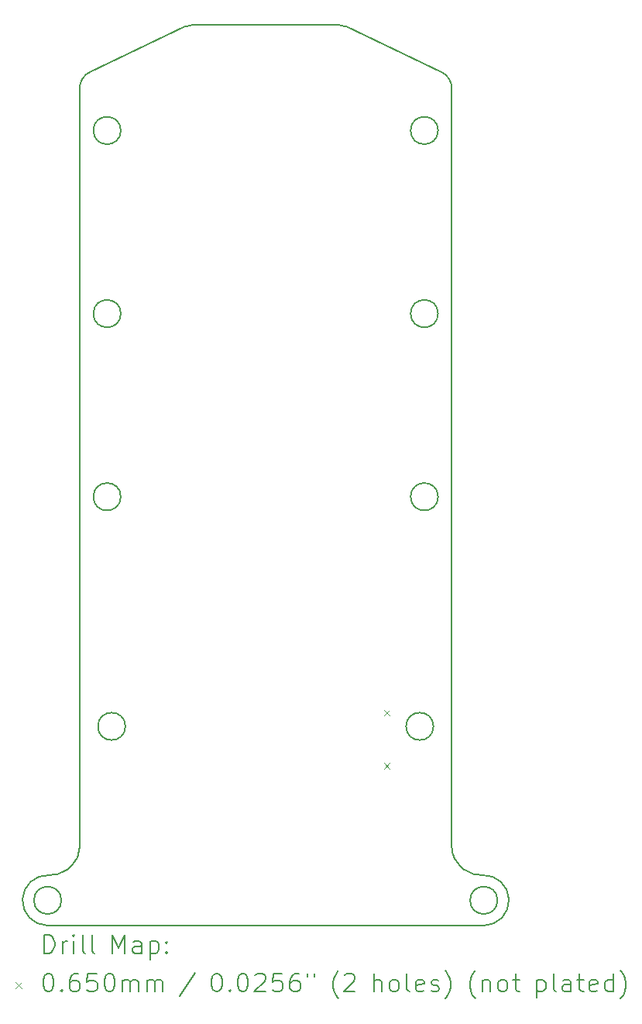
<source format=gbr>
%TF.GenerationSoftware,KiCad,Pcbnew,(7.0.0)*%
%TF.CreationDate,2023-09-25T00:06:05+02:00*%
%TF.ProjectId,FC Control board 1.0,46432043-6f6e-4747-926f-6c20626f6172,rev?*%
%TF.SameCoordinates,Original*%
%TF.FileFunction,Drillmap*%
%TF.FilePolarity,Positive*%
%FSLAX45Y45*%
G04 Gerber Fmt 4.5, Leading zero omitted, Abs format (unit mm)*
G04 Created by KiCad (PCBNEW (7.0.0)) date 2023-09-25 00:06:05*
%MOMM*%
%LPD*%
G01*
G04 APERTURE LIST*
%ADD10C,0.200000*%
%ADD11C,0.065000*%
G04 APERTURE END LIST*
D10*
X18492044Y-19192293D02*
X18482425Y-19199226D01*
X19867785Y-9967704D02*
G75*
G03*
X19781825Y-9987121I5J-200006D01*
G01*
X23048003Y-19805075D02*
G75*
G03*
X23031652Y-19255453I-2003J274995D01*
G01*
X19077001Y-11122030D02*
G75*
G03*
X19077001Y-11122030I-150000J0D01*
G01*
X22696000Y-18928648D02*
X22696545Y-18949126D01*
X22698213Y-18969438D01*
X22701052Y-18989546D01*
X22705108Y-19009416D01*
X22710431Y-19029010D01*
X22717067Y-19048292D01*
X22720101Y-19055910D01*
X18615566Y-19018603D02*
X18620687Y-18996438D01*
X18624247Y-18974020D01*
X18626326Y-18951405D01*
X18627001Y-18928648D01*
X18291348Y-19255457D02*
G75*
G03*
X18274998Y-19805071I-14348J-274624D01*
G01*
X18427001Y-19530078D02*
G75*
G03*
X18427001Y-19530078I-150000J0D01*
G01*
X21541177Y-9987119D02*
G75*
G03*
X21455216Y-9967706I-85947J-180541D01*
G01*
X23196000Y-19530078D02*
G75*
G03*
X23196000Y-19530078I-150000J0D01*
G01*
X22840576Y-19199226D02*
G75*
G03*
X23031652Y-19255453I175424J243366D01*
G01*
X22840576Y-19199226D02*
X22830957Y-19192293D01*
X19781825Y-9987121D02*
X18741040Y-10482547D01*
X22764670Y-19130416D02*
X22779656Y-19147531D01*
X22795760Y-19163528D01*
X22812891Y-19178438D01*
X22830957Y-19192293D01*
X22546000Y-11122030D02*
G75*
G03*
X22546000Y-11122030I-150000J0D01*
G01*
X21455216Y-9967706D02*
X19867785Y-9967706D01*
X18581188Y-19098325D02*
X18591972Y-19079351D01*
X18601289Y-19059725D01*
X18609150Y-19039468D01*
X18615566Y-19018603D01*
X18274998Y-19805071D02*
X23048003Y-19805071D01*
X18741040Y-10482546D02*
G75*
G03*
X18627001Y-10663131I85960J-180584D01*
G01*
X18492044Y-19192293D02*
X18508337Y-19179875D01*
X18523839Y-19166645D01*
X18538491Y-19152584D01*
X18552238Y-19137675D01*
X18565020Y-19121900D01*
X18576782Y-19105240D01*
X18581188Y-19098325D01*
X19077001Y-13122030D02*
G75*
G03*
X19077001Y-13122030I-150000J0D01*
G01*
X22546000Y-15122030D02*
G75*
G03*
X22546000Y-15122030I-150000J0D01*
G01*
X22696000Y-10905352D02*
X22696000Y-10663131D01*
X18627001Y-10663131D02*
X18627001Y-10905352D01*
X18627001Y-10905352D02*
X18627001Y-18928648D01*
X18291349Y-19255453D02*
G75*
G03*
X18482425Y-19199226I15651J299593D01*
G01*
X22546000Y-13122030D02*
G75*
G03*
X22546000Y-13122030I-150000J0D01*
G01*
X22581960Y-10482547D02*
X21541176Y-9987121D01*
X22696000Y-18928648D02*
X22696000Y-10905352D01*
X19127001Y-17630078D02*
G75*
G03*
X19127001Y-17630078I-150000J0D01*
G01*
X22720101Y-19055910D02*
X22729187Y-19075754D01*
X22739660Y-19094788D01*
X22751496Y-19113010D01*
X22764670Y-19130416D01*
X19077001Y-15122030D02*
G75*
G03*
X19077001Y-15122030I-150000J0D01*
G01*
X22695999Y-10663131D02*
G75*
G03*
X22581960Y-10482547I-199999J1D01*
G01*
X22496000Y-17630078D02*
G75*
G03*
X22496000Y-17630078I-150000J0D01*
G01*
D11*
X21952300Y-17449900D02*
X22017300Y-17514900D01*
X22017300Y-17449900D02*
X21952300Y-17514900D01*
X21952300Y-18027900D02*
X22017300Y-18092900D01*
X22017300Y-18027900D02*
X21952300Y-18092900D01*
D10*
X18239621Y-20108547D02*
X18239621Y-19908547D01*
X18239621Y-19908547D02*
X18287240Y-19908547D01*
X18287240Y-19908547D02*
X18315811Y-19918071D01*
X18315811Y-19918071D02*
X18334859Y-19937119D01*
X18334859Y-19937119D02*
X18344383Y-19956166D01*
X18344383Y-19956166D02*
X18353907Y-19994261D01*
X18353907Y-19994261D02*
X18353907Y-20022833D01*
X18353907Y-20022833D02*
X18344383Y-20060928D01*
X18344383Y-20060928D02*
X18334859Y-20079976D01*
X18334859Y-20079976D02*
X18315811Y-20099023D01*
X18315811Y-20099023D02*
X18287240Y-20108547D01*
X18287240Y-20108547D02*
X18239621Y-20108547D01*
X18439621Y-20108547D02*
X18439621Y-19975214D01*
X18439621Y-20013309D02*
X18449145Y-19994261D01*
X18449145Y-19994261D02*
X18458668Y-19984738D01*
X18458668Y-19984738D02*
X18477716Y-19975214D01*
X18477716Y-19975214D02*
X18496764Y-19975214D01*
X18563430Y-20108547D02*
X18563430Y-19975214D01*
X18563430Y-19908547D02*
X18553907Y-19918071D01*
X18553907Y-19918071D02*
X18563430Y-19927595D01*
X18563430Y-19927595D02*
X18572954Y-19918071D01*
X18572954Y-19918071D02*
X18563430Y-19908547D01*
X18563430Y-19908547D02*
X18563430Y-19927595D01*
X18687240Y-20108547D02*
X18668192Y-20099023D01*
X18668192Y-20099023D02*
X18658668Y-20079976D01*
X18658668Y-20079976D02*
X18658668Y-19908547D01*
X18792002Y-20108547D02*
X18772954Y-20099023D01*
X18772954Y-20099023D02*
X18763430Y-20079976D01*
X18763430Y-20079976D02*
X18763430Y-19908547D01*
X18988192Y-20108547D02*
X18988192Y-19908547D01*
X18988192Y-19908547D02*
X19054859Y-20051404D01*
X19054859Y-20051404D02*
X19121526Y-19908547D01*
X19121526Y-19908547D02*
X19121526Y-20108547D01*
X19302478Y-20108547D02*
X19302478Y-20003785D01*
X19302478Y-20003785D02*
X19292954Y-19984738D01*
X19292954Y-19984738D02*
X19273907Y-19975214D01*
X19273907Y-19975214D02*
X19235811Y-19975214D01*
X19235811Y-19975214D02*
X19216764Y-19984738D01*
X19302478Y-20099023D02*
X19283430Y-20108547D01*
X19283430Y-20108547D02*
X19235811Y-20108547D01*
X19235811Y-20108547D02*
X19216764Y-20099023D01*
X19216764Y-20099023D02*
X19207240Y-20079976D01*
X19207240Y-20079976D02*
X19207240Y-20060928D01*
X19207240Y-20060928D02*
X19216764Y-20041880D01*
X19216764Y-20041880D02*
X19235811Y-20032357D01*
X19235811Y-20032357D02*
X19283430Y-20032357D01*
X19283430Y-20032357D02*
X19302478Y-20022833D01*
X19397716Y-19975214D02*
X19397716Y-20175214D01*
X19397716Y-19984738D02*
X19416764Y-19975214D01*
X19416764Y-19975214D02*
X19454859Y-19975214D01*
X19454859Y-19975214D02*
X19473907Y-19984738D01*
X19473907Y-19984738D02*
X19483430Y-19994261D01*
X19483430Y-19994261D02*
X19492954Y-20013309D01*
X19492954Y-20013309D02*
X19492954Y-20070452D01*
X19492954Y-20070452D02*
X19483430Y-20089499D01*
X19483430Y-20089499D02*
X19473907Y-20099023D01*
X19473907Y-20099023D02*
X19454859Y-20108547D01*
X19454859Y-20108547D02*
X19416764Y-20108547D01*
X19416764Y-20108547D02*
X19397716Y-20099023D01*
X19578668Y-20089499D02*
X19588192Y-20099023D01*
X19588192Y-20099023D02*
X19578668Y-20108547D01*
X19578668Y-20108547D02*
X19569145Y-20099023D01*
X19569145Y-20099023D02*
X19578668Y-20089499D01*
X19578668Y-20089499D02*
X19578668Y-20108547D01*
X19578668Y-19984738D02*
X19588192Y-19994261D01*
X19588192Y-19994261D02*
X19578668Y-20003785D01*
X19578668Y-20003785D02*
X19569145Y-19994261D01*
X19569145Y-19994261D02*
X19578668Y-19984738D01*
X19578668Y-19984738D02*
X19578668Y-20003785D01*
D11*
X17927002Y-20422571D02*
X17992002Y-20487571D01*
X17992002Y-20422571D02*
X17927002Y-20487571D01*
D10*
X18277716Y-20328547D02*
X18296764Y-20328547D01*
X18296764Y-20328547D02*
X18315811Y-20338071D01*
X18315811Y-20338071D02*
X18325335Y-20347595D01*
X18325335Y-20347595D02*
X18334859Y-20366642D01*
X18334859Y-20366642D02*
X18344383Y-20404738D01*
X18344383Y-20404738D02*
X18344383Y-20452357D01*
X18344383Y-20452357D02*
X18334859Y-20490452D01*
X18334859Y-20490452D02*
X18325335Y-20509499D01*
X18325335Y-20509499D02*
X18315811Y-20519023D01*
X18315811Y-20519023D02*
X18296764Y-20528547D01*
X18296764Y-20528547D02*
X18277716Y-20528547D01*
X18277716Y-20528547D02*
X18258668Y-20519023D01*
X18258668Y-20519023D02*
X18249145Y-20509499D01*
X18249145Y-20509499D02*
X18239621Y-20490452D01*
X18239621Y-20490452D02*
X18230097Y-20452357D01*
X18230097Y-20452357D02*
X18230097Y-20404738D01*
X18230097Y-20404738D02*
X18239621Y-20366642D01*
X18239621Y-20366642D02*
X18249145Y-20347595D01*
X18249145Y-20347595D02*
X18258668Y-20338071D01*
X18258668Y-20338071D02*
X18277716Y-20328547D01*
X18430097Y-20509499D02*
X18439621Y-20519023D01*
X18439621Y-20519023D02*
X18430097Y-20528547D01*
X18430097Y-20528547D02*
X18420573Y-20519023D01*
X18420573Y-20519023D02*
X18430097Y-20509499D01*
X18430097Y-20509499D02*
X18430097Y-20528547D01*
X18611049Y-20328547D02*
X18572954Y-20328547D01*
X18572954Y-20328547D02*
X18553907Y-20338071D01*
X18553907Y-20338071D02*
X18544383Y-20347595D01*
X18544383Y-20347595D02*
X18525335Y-20376166D01*
X18525335Y-20376166D02*
X18515811Y-20414261D01*
X18515811Y-20414261D02*
X18515811Y-20490452D01*
X18515811Y-20490452D02*
X18525335Y-20509499D01*
X18525335Y-20509499D02*
X18534859Y-20519023D01*
X18534859Y-20519023D02*
X18553907Y-20528547D01*
X18553907Y-20528547D02*
X18592002Y-20528547D01*
X18592002Y-20528547D02*
X18611049Y-20519023D01*
X18611049Y-20519023D02*
X18620573Y-20509499D01*
X18620573Y-20509499D02*
X18630097Y-20490452D01*
X18630097Y-20490452D02*
X18630097Y-20442833D01*
X18630097Y-20442833D02*
X18620573Y-20423785D01*
X18620573Y-20423785D02*
X18611049Y-20414261D01*
X18611049Y-20414261D02*
X18592002Y-20404738D01*
X18592002Y-20404738D02*
X18553907Y-20404738D01*
X18553907Y-20404738D02*
X18534859Y-20414261D01*
X18534859Y-20414261D02*
X18525335Y-20423785D01*
X18525335Y-20423785D02*
X18515811Y-20442833D01*
X18811049Y-20328547D02*
X18715811Y-20328547D01*
X18715811Y-20328547D02*
X18706288Y-20423785D01*
X18706288Y-20423785D02*
X18715811Y-20414261D01*
X18715811Y-20414261D02*
X18734859Y-20404738D01*
X18734859Y-20404738D02*
X18782478Y-20404738D01*
X18782478Y-20404738D02*
X18801526Y-20414261D01*
X18801526Y-20414261D02*
X18811049Y-20423785D01*
X18811049Y-20423785D02*
X18820573Y-20442833D01*
X18820573Y-20442833D02*
X18820573Y-20490452D01*
X18820573Y-20490452D02*
X18811049Y-20509499D01*
X18811049Y-20509499D02*
X18801526Y-20519023D01*
X18801526Y-20519023D02*
X18782478Y-20528547D01*
X18782478Y-20528547D02*
X18734859Y-20528547D01*
X18734859Y-20528547D02*
X18715811Y-20519023D01*
X18715811Y-20519023D02*
X18706288Y-20509499D01*
X18944383Y-20328547D02*
X18963430Y-20328547D01*
X18963430Y-20328547D02*
X18982478Y-20338071D01*
X18982478Y-20338071D02*
X18992002Y-20347595D01*
X18992002Y-20347595D02*
X19001526Y-20366642D01*
X19001526Y-20366642D02*
X19011049Y-20404738D01*
X19011049Y-20404738D02*
X19011049Y-20452357D01*
X19011049Y-20452357D02*
X19001526Y-20490452D01*
X19001526Y-20490452D02*
X18992002Y-20509499D01*
X18992002Y-20509499D02*
X18982478Y-20519023D01*
X18982478Y-20519023D02*
X18963430Y-20528547D01*
X18963430Y-20528547D02*
X18944383Y-20528547D01*
X18944383Y-20528547D02*
X18925335Y-20519023D01*
X18925335Y-20519023D02*
X18915811Y-20509499D01*
X18915811Y-20509499D02*
X18906288Y-20490452D01*
X18906288Y-20490452D02*
X18896764Y-20452357D01*
X18896764Y-20452357D02*
X18896764Y-20404738D01*
X18896764Y-20404738D02*
X18906288Y-20366642D01*
X18906288Y-20366642D02*
X18915811Y-20347595D01*
X18915811Y-20347595D02*
X18925335Y-20338071D01*
X18925335Y-20338071D02*
X18944383Y-20328547D01*
X19096764Y-20528547D02*
X19096764Y-20395214D01*
X19096764Y-20414261D02*
X19106288Y-20404738D01*
X19106288Y-20404738D02*
X19125335Y-20395214D01*
X19125335Y-20395214D02*
X19153907Y-20395214D01*
X19153907Y-20395214D02*
X19172954Y-20404738D01*
X19172954Y-20404738D02*
X19182478Y-20423785D01*
X19182478Y-20423785D02*
X19182478Y-20528547D01*
X19182478Y-20423785D02*
X19192002Y-20404738D01*
X19192002Y-20404738D02*
X19211049Y-20395214D01*
X19211049Y-20395214D02*
X19239621Y-20395214D01*
X19239621Y-20395214D02*
X19258669Y-20404738D01*
X19258669Y-20404738D02*
X19268192Y-20423785D01*
X19268192Y-20423785D02*
X19268192Y-20528547D01*
X19363430Y-20528547D02*
X19363430Y-20395214D01*
X19363430Y-20414261D02*
X19372954Y-20404738D01*
X19372954Y-20404738D02*
X19392002Y-20395214D01*
X19392002Y-20395214D02*
X19420573Y-20395214D01*
X19420573Y-20395214D02*
X19439621Y-20404738D01*
X19439621Y-20404738D02*
X19449145Y-20423785D01*
X19449145Y-20423785D02*
X19449145Y-20528547D01*
X19449145Y-20423785D02*
X19458669Y-20404738D01*
X19458669Y-20404738D02*
X19477716Y-20395214D01*
X19477716Y-20395214D02*
X19506288Y-20395214D01*
X19506288Y-20395214D02*
X19525335Y-20404738D01*
X19525335Y-20404738D02*
X19534859Y-20423785D01*
X19534859Y-20423785D02*
X19534859Y-20528547D01*
X19892954Y-20319023D02*
X19721526Y-20576166D01*
X20117716Y-20328547D02*
X20136764Y-20328547D01*
X20136764Y-20328547D02*
X20155811Y-20338071D01*
X20155811Y-20338071D02*
X20165335Y-20347595D01*
X20165335Y-20347595D02*
X20174859Y-20366642D01*
X20174859Y-20366642D02*
X20184383Y-20404738D01*
X20184383Y-20404738D02*
X20184383Y-20452357D01*
X20184383Y-20452357D02*
X20174859Y-20490452D01*
X20174859Y-20490452D02*
X20165335Y-20509499D01*
X20165335Y-20509499D02*
X20155811Y-20519023D01*
X20155811Y-20519023D02*
X20136764Y-20528547D01*
X20136764Y-20528547D02*
X20117716Y-20528547D01*
X20117716Y-20528547D02*
X20098669Y-20519023D01*
X20098669Y-20519023D02*
X20089145Y-20509499D01*
X20089145Y-20509499D02*
X20079621Y-20490452D01*
X20079621Y-20490452D02*
X20070097Y-20452357D01*
X20070097Y-20452357D02*
X20070097Y-20404738D01*
X20070097Y-20404738D02*
X20079621Y-20366642D01*
X20079621Y-20366642D02*
X20089145Y-20347595D01*
X20089145Y-20347595D02*
X20098669Y-20338071D01*
X20098669Y-20338071D02*
X20117716Y-20328547D01*
X20270097Y-20509499D02*
X20279621Y-20519023D01*
X20279621Y-20519023D02*
X20270097Y-20528547D01*
X20270097Y-20528547D02*
X20260573Y-20519023D01*
X20260573Y-20519023D02*
X20270097Y-20509499D01*
X20270097Y-20509499D02*
X20270097Y-20528547D01*
X20403430Y-20328547D02*
X20422478Y-20328547D01*
X20422478Y-20328547D02*
X20441526Y-20338071D01*
X20441526Y-20338071D02*
X20451050Y-20347595D01*
X20451050Y-20347595D02*
X20460573Y-20366642D01*
X20460573Y-20366642D02*
X20470097Y-20404738D01*
X20470097Y-20404738D02*
X20470097Y-20452357D01*
X20470097Y-20452357D02*
X20460573Y-20490452D01*
X20460573Y-20490452D02*
X20451050Y-20509499D01*
X20451050Y-20509499D02*
X20441526Y-20519023D01*
X20441526Y-20519023D02*
X20422478Y-20528547D01*
X20422478Y-20528547D02*
X20403430Y-20528547D01*
X20403430Y-20528547D02*
X20384383Y-20519023D01*
X20384383Y-20519023D02*
X20374859Y-20509499D01*
X20374859Y-20509499D02*
X20365335Y-20490452D01*
X20365335Y-20490452D02*
X20355811Y-20452357D01*
X20355811Y-20452357D02*
X20355811Y-20404738D01*
X20355811Y-20404738D02*
X20365335Y-20366642D01*
X20365335Y-20366642D02*
X20374859Y-20347595D01*
X20374859Y-20347595D02*
X20384383Y-20338071D01*
X20384383Y-20338071D02*
X20403430Y-20328547D01*
X20546288Y-20347595D02*
X20555811Y-20338071D01*
X20555811Y-20338071D02*
X20574859Y-20328547D01*
X20574859Y-20328547D02*
X20622478Y-20328547D01*
X20622478Y-20328547D02*
X20641526Y-20338071D01*
X20641526Y-20338071D02*
X20651050Y-20347595D01*
X20651050Y-20347595D02*
X20660573Y-20366642D01*
X20660573Y-20366642D02*
X20660573Y-20385690D01*
X20660573Y-20385690D02*
X20651050Y-20414261D01*
X20651050Y-20414261D02*
X20536764Y-20528547D01*
X20536764Y-20528547D02*
X20660573Y-20528547D01*
X20841526Y-20328547D02*
X20746288Y-20328547D01*
X20746288Y-20328547D02*
X20736764Y-20423785D01*
X20736764Y-20423785D02*
X20746288Y-20414261D01*
X20746288Y-20414261D02*
X20765335Y-20404738D01*
X20765335Y-20404738D02*
X20812954Y-20404738D01*
X20812954Y-20404738D02*
X20832002Y-20414261D01*
X20832002Y-20414261D02*
X20841526Y-20423785D01*
X20841526Y-20423785D02*
X20851050Y-20442833D01*
X20851050Y-20442833D02*
X20851050Y-20490452D01*
X20851050Y-20490452D02*
X20841526Y-20509499D01*
X20841526Y-20509499D02*
X20832002Y-20519023D01*
X20832002Y-20519023D02*
X20812954Y-20528547D01*
X20812954Y-20528547D02*
X20765335Y-20528547D01*
X20765335Y-20528547D02*
X20746288Y-20519023D01*
X20746288Y-20519023D02*
X20736764Y-20509499D01*
X21022478Y-20328547D02*
X20984383Y-20328547D01*
X20984383Y-20328547D02*
X20965335Y-20338071D01*
X20965335Y-20338071D02*
X20955811Y-20347595D01*
X20955811Y-20347595D02*
X20936764Y-20376166D01*
X20936764Y-20376166D02*
X20927240Y-20414261D01*
X20927240Y-20414261D02*
X20927240Y-20490452D01*
X20927240Y-20490452D02*
X20936764Y-20509499D01*
X20936764Y-20509499D02*
X20946288Y-20519023D01*
X20946288Y-20519023D02*
X20965335Y-20528547D01*
X20965335Y-20528547D02*
X21003431Y-20528547D01*
X21003431Y-20528547D02*
X21022478Y-20519023D01*
X21022478Y-20519023D02*
X21032002Y-20509499D01*
X21032002Y-20509499D02*
X21041526Y-20490452D01*
X21041526Y-20490452D02*
X21041526Y-20442833D01*
X21041526Y-20442833D02*
X21032002Y-20423785D01*
X21032002Y-20423785D02*
X21022478Y-20414261D01*
X21022478Y-20414261D02*
X21003431Y-20404738D01*
X21003431Y-20404738D02*
X20965335Y-20404738D01*
X20965335Y-20404738D02*
X20946288Y-20414261D01*
X20946288Y-20414261D02*
X20936764Y-20423785D01*
X20936764Y-20423785D02*
X20927240Y-20442833D01*
X21117716Y-20328547D02*
X21117716Y-20366642D01*
X21193907Y-20328547D02*
X21193907Y-20366642D01*
X21456764Y-20604738D02*
X21447240Y-20595214D01*
X21447240Y-20595214D02*
X21428192Y-20566642D01*
X21428192Y-20566642D02*
X21418669Y-20547595D01*
X21418669Y-20547595D02*
X21409145Y-20519023D01*
X21409145Y-20519023D02*
X21399621Y-20471404D01*
X21399621Y-20471404D02*
X21399621Y-20433309D01*
X21399621Y-20433309D02*
X21409145Y-20385690D01*
X21409145Y-20385690D02*
X21418669Y-20357119D01*
X21418669Y-20357119D02*
X21428192Y-20338071D01*
X21428192Y-20338071D02*
X21447240Y-20309499D01*
X21447240Y-20309499D02*
X21456764Y-20299976D01*
X21523431Y-20347595D02*
X21532954Y-20338071D01*
X21532954Y-20338071D02*
X21552002Y-20328547D01*
X21552002Y-20328547D02*
X21599621Y-20328547D01*
X21599621Y-20328547D02*
X21618669Y-20338071D01*
X21618669Y-20338071D02*
X21628192Y-20347595D01*
X21628192Y-20347595D02*
X21637716Y-20366642D01*
X21637716Y-20366642D02*
X21637716Y-20385690D01*
X21637716Y-20385690D02*
X21628192Y-20414261D01*
X21628192Y-20414261D02*
X21513907Y-20528547D01*
X21513907Y-20528547D02*
X21637716Y-20528547D01*
X21843431Y-20528547D02*
X21843431Y-20328547D01*
X21929145Y-20528547D02*
X21929145Y-20423785D01*
X21929145Y-20423785D02*
X21919621Y-20404738D01*
X21919621Y-20404738D02*
X21900573Y-20395214D01*
X21900573Y-20395214D02*
X21872002Y-20395214D01*
X21872002Y-20395214D02*
X21852954Y-20404738D01*
X21852954Y-20404738D02*
X21843431Y-20414261D01*
X22052954Y-20528547D02*
X22033907Y-20519023D01*
X22033907Y-20519023D02*
X22024383Y-20509499D01*
X22024383Y-20509499D02*
X22014859Y-20490452D01*
X22014859Y-20490452D02*
X22014859Y-20433309D01*
X22014859Y-20433309D02*
X22024383Y-20414261D01*
X22024383Y-20414261D02*
X22033907Y-20404738D01*
X22033907Y-20404738D02*
X22052954Y-20395214D01*
X22052954Y-20395214D02*
X22081526Y-20395214D01*
X22081526Y-20395214D02*
X22100573Y-20404738D01*
X22100573Y-20404738D02*
X22110097Y-20414261D01*
X22110097Y-20414261D02*
X22119621Y-20433309D01*
X22119621Y-20433309D02*
X22119621Y-20490452D01*
X22119621Y-20490452D02*
X22110097Y-20509499D01*
X22110097Y-20509499D02*
X22100573Y-20519023D01*
X22100573Y-20519023D02*
X22081526Y-20528547D01*
X22081526Y-20528547D02*
X22052954Y-20528547D01*
X22233907Y-20528547D02*
X22214859Y-20519023D01*
X22214859Y-20519023D02*
X22205335Y-20499976D01*
X22205335Y-20499976D02*
X22205335Y-20328547D01*
X22386288Y-20519023D02*
X22367240Y-20528547D01*
X22367240Y-20528547D02*
X22329145Y-20528547D01*
X22329145Y-20528547D02*
X22310097Y-20519023D01*
X22310097Y-20519023D02*
X22300573Y-20499976D01*
X22300573Y-20499976D02*
X22300573Y-20423785D01*
X22300573Y-20423785D02*
X22310097Y-20404738D01*
X22310097Y-20404738D02*
X22329145Y-20395214D01*
X22329145Y-20395214D02*
X22367240Y-20395214D01*
X22367240Y-20395214D02*
X22386288Y-20404738D01*
X22386288Y-20404738D02*
X22395811Y-20423785D01*
X22395811Y-20423785D02*
X22395811Y-20442833D01*
X22395811Y-20442833D02*
X22300573Y-20461880D01*
X22472002Y-20519023D02*
X22491050Y-20528547D01*
X22491050Y-20528547D02*
X22529145Y-20528547D01*
X22529145Y-20528547D02*
X22548192Y-20519023D01*
X22548192Y-20519023D02*
X22557716Y-20499976D01*
X22557716Y-20499976D02*
X22557716Y-20490452D01*
X22557716Y-20490452D02*
X22548192Y-20471404D01*
X22548192Y-20471404D02*
X22529145Y-20461880D01*
X22529145Y-20461880D02*
X22500573Y-20461880D01*
X22500573Y-20461880D02*
X22481526Y-20452357D01*
X22481526Y-20452357D02*
X22472002Y-20433309D01*
X22472002Y-20433309D02*
X22472002Y-20423785D01*
X22472002Y-20423785D02*
X22481526Y-20404738D01*
X22481526Y-20404738D02*
X22500573Y-20395214D01*
X22500573Y-20395214D02*
X22529145Y-20395214D01*
X22529145Y-20395214D02*
X22548192Y-20404738D01*
X22624383Y-20604738D02*
X22633907Y-20595214D01*
X22633907Y-20595214D02*
X22652954Y-20566642D01*
X22652954Y-20566642D02*
X22662478Y-20547595D01*
X22662478Y-20547595D02*
X22672002Y-20519023D01*
X22672002Y-20519023D02*
X22681526Y-20471404D01*
X22681526Y-20471404D02*
X22681526Y-20433309D01*
X22681526Y-20433309D02*
X22672002Y-20385690D01*
X22672002Y-20385690D02*
X22662478Y-20357119D01*
X22662478Y-20357119D02*
X22652954Y-20338071D01*
X22652954Y-20338071D02*
X22633907Y-20309499D01*
X22633907Y-20309499D02*
X22624383Y-20299976D01*
X22953907Y-20604738D02*
X22944383Y-20595214D01*
X22944383Y-20595214D02*
X22925335Y-20566642D01*
X22925335Y-20566642D02*
X22915811Y-20547595D01*
X22915811Y-20547595D02*
X22906288Y-20519023D01*
X22906288Y-20519023D02*
X22896764Y-20471404D01*
X22896764Y-20471404D02*
X22896764Y-20433309D01*
X22896764Y-20433309D02*
X22906288Y-20385690D01*
X22906288Y-20385690D02*
X22915811Y-20357119D01*
X22915811Y-20357119D02*
X22925335Y-20338071D01*
X22925335Y-20338071D02*
X22944383Y-20309499D01*
X22944383Y-20309499D02*
X22953907Y-20299976D01*
X23030097Y-20395214D02*
X23030097Y-20528547D01*
X23030097Y-20414261D02*
X23039621Y-20404738D01*
X23039621Y-20404738D02*
X23058669Y-20395214D01*
X23058669Y-20395214D02*
X23087240Y-20395214D01*
X23087240Y-20395214D02*
X23106288Y-20404738D01*
X23106288Y-20404738D02*
X23115811Y-20423785D01*
X23115811Y-20423785D02*
X23115811Y-20528547D01*
X23239621Y-20528547D02*
X23220573Y-20519023D01*
X23220573Y-20519023D02*
X23211050Y-20509499D01*
X23211050Y-20509499D02*
X23201526Y-20490452D01*
X23201526Y-20490452D02*
X23201526Y-20433309D01*
X23201526Y-20433309D02*
X23211050Y-20414261D01*
X23211050Y-20414261D02*
X23220573Y-20404738D01*
X23220573Y-20404738D02*
X23239621Y-20395214D01*
X23239621Y-20395214D02*
X23268192Y-20395214D01*
X23268192Y-20395214D02*
X23287240Y-20404738D01*
X23287240Y-20404738D02*
X23296764Y-20414261D01*
X23296764Y-20414261D02*
X23306288Y-20433309D01*
X23306288Y-20433309D02*
X23306288Y-20490452D01*
X23306288Y-20490452D02*
X23296764Y-20509499D01*
X23296764Y-20509499D02*
X23287240Y-20519023D01*
X23287240Y-20519023D02*
X23268192Y-20528547D01*
X23268192Y-20528547D02*
X23239621Y-20528547D01*
X23363431Y-20395214D02*
X23439621Y-20395214D01*
X23392002Y-20328547D02*
X23392002Y-20499976D01*
X23392002Y-20499976D02*
X23401526Y-20519023D01*
X23401526Y-20519023D02*
X23420573Y-20528547D01*
X23420573Y-20528547D02*
X23439621Y-20528547D01*
X23626288Y-20395214D02*
X23626288Y-20595214D01*
X23626288Y-20404738D02*
X23645335Y-20395214D01*
X23645335Y-20395214D02*
X23683431Y-20395214D01*
X23683431Y-20395214D02*
X23702478Y-20404738D01*
X23702478Y-20404738D02*
X23712002Y-20414261D01*
X23712002Y-20414261D02*
X23721526Y-20433309D01*
X23721526Y-20433309D02*
X23721526Y-20490452D01*
X23721526Y-20490452D02*
X23712002Y-20509499D01*
X23712002Y-20509499D02*
X23702478Y-20519023D01*
X23702478Y-20519023D02*
X23683431Y-20528547D01*
X23683431Y-20528547D02*
X23645335Y-20528547D01*
X23645335Y-20528547D02*
X23626288Y-20519023D01*
X23835811Y-20528547D02*
X23816764Y-20519023D01*
X23816764Y-20519023D02*
X23807240Y-20499976D01*
X23807240Y-20499976D02*
X23807240Y-20328547D01*
X23997716Y-20528547D02*
X23997716Y-20423785D01*
X23997716Y-20423785D02*
X23988192Y-20404738D01*
X23988192Y-20404738D02*
X23969145Y-20395214D01*
X23969145Y-20395214D02*
X23931050Y-20395214D01*
X23931050Y-20395214D02*
X23912002Y-20404738D01*
X23997716Y-20519023D02*
X23978669Y-20528547D01*
X23978669Y-20528547D02*
X23931050Y-20528547D01*
X23931050Y-20528547D02*
X23912002Y-20519023D01*
X23912002Y-20519023D02*
X23902478Y-20499976D01*
X23902478Y-20499976D02*
X23902478Y-20480928D01*
X23902478Y-20480928D02*
X23912002Y-20461880D01*
X23912002Y-20461880D02*
X23931050Y-20452357D01*
X23931050Y-20452357D02*
X23978669Y-20452357D01*
X23978669Y-20452357D02*
X23997716Y-20442833D01*
X24064383Y-20395214D02*
X24140573Y-20395214D01*
X24092954Y-20328547D02*
X24092954Y-20499976D01*
X24092954Y-20499976D02*
X24102478Y-20519023D01*
X24102478Y-20519023D02*
X24121526Y-20528547D01*
X24121526Y-20528547D02*
X24140573Y-20528547D01*
X24283431Y-20519023D02*
X24264383Y-20528547D01*
X24264383Y-20528547D02*
X24226288Y-20528547D01*
X24226288Y-20528547D02*
X24207240Y-20519023D01*
X24207240Y-20519023D02*
X24197716Y-20499976D01*
X24197716Y-20499976D02*
X24197716Y-20423785D01*
X24197716Y-20423785D02*
X24207240Y-20404738D01*
X24207240Y-20404738D02*
X24226288Y-20395214D01*
X24226288Y-20395214D02*
X24264383Y-20395214D01*
X24264383Y-20395214D02*
X24283431Y-20404738D01*
X24283431Y-20404738D02*
X24292954Y-20423785D01*
X24292954Y-20423785D02*
X24292954Y-20442833D01*
X24292954Y-20442833D02*
X24197716Y-20461880D01*
X24464383Y-20528547D02*
X24464383Y-20328547D01*
X24464383Y-20519023D02*
X24445335Y-20528547D01*
X24445335Y-20528547D02*
X24407240Y-20528547D01*
X24407240Y-20528547D02*
X24388192Y-20519023D01*
X24388192Y-20519023D02*
X24378669Y-20509499D01*
X24378669Y-20509499D02*
X24369145Y-20490452D01*
X24369145Y-20490452D02*
X24369145Y-20433309D01*
X24369145Y-20433309D02*
X24378669Y-20414261D01*
X24378669Y-20414261D02*
X24388192Y-20404738D01*
X24388192Y-20404738D02*
X24407240Y-20395214D01*
X24407240Y-20395214D02*
X24445335Y-20395214D01*
X24445335Y-20395214D02*
X24464383Y-20404738D01*
X24540573Y-20604738D02*
X24550097Y-20595214D01*
X24550097Y-20595214D02*
X24569145Y-20566642D01*
X24569145Y-20566642D02*
X24578669Y-20547595D01*
X24578669Y-20547595D02*
X24588192Y-20519023D01*
X24588192Y-20519023D02*
X24597716Y-20471404D01*
X24597716Y-20471404D02*
X24597716Y-20433309D01*
X24597716Y-20433309D02*
X24588192Y-20385690D01*
X24588192Y-20385690D02*
X24578669Y-20357119D01*
X24578669Y-20357119D02*
X24569145Y-20338071D01*
X24569145Y-20338071D02*
X24550097Y-20309499D01*
X24550097Y-20309499D02*
X24540573Y-20299976D01*
M02*

</source>
